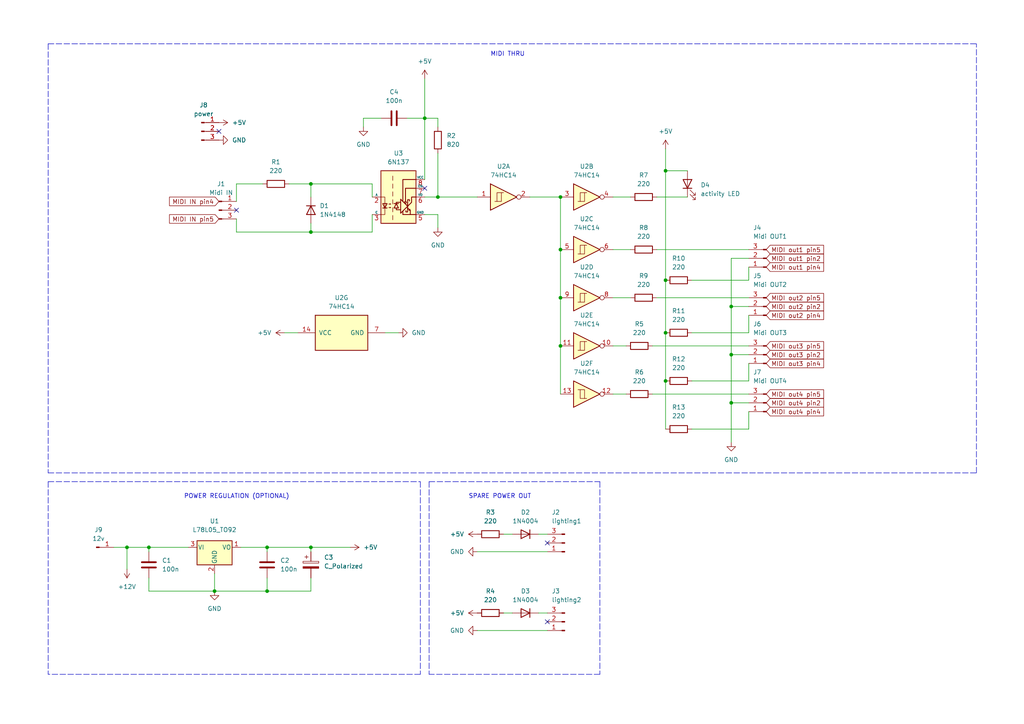
<source format=kicad_sch>
(kicad_sch (version 20211123) (generator eeschema)
  (paper "A4")
  (title_block (title "Midi thru") (date "2023-03-16") (rev "1.0") (company "Made by e-garbage"))
  (lib_symbols
    (symbol "74xx:74HC14" (pin_names (offset 1.016))
      (property "Reference" "U" (at 0 1.27 0))
      (property "Value" "74HC14" (at 0 -1.27 0))
      (symbol "74HC14_1_0"
        (polyline (pts (xy -3.81 3.81) (xy -3.81 -3.81) (xy 3.81 0) (xy -3.81 3.81)) (stroke (width 0.254)) (fill (type background)))
        (pin input line (at -7.62 0 0) (length 3.81) (name "~") (number "1"))
        (pin output inverted (at 7.62 0 180) (length 3.81) (name "~") (number "2"))
      )
      (symbol "74HC14_1_1"
        (polyline (pts (xy -1.905 -1.27) (xy -1.905 1.27) (xy -0.635 1.27)))
        (polyline (pts (xy -2.54 -1.27) (xy -0.635 -1.27) (xy -0.635 1.27) (xy 0 1.27)))
      )
      (symbol "74HC14_2_0"
        (polyline (pts (xy -3.81 3.81) (xy -3.81 -3.81) (xy 3.81 0) (xy -3.81 3.81)) (stroke (width 0.254)) (fill (type background)))
        (pin input line (at -7.62 0 0) (length 3.81) (name "~") (number "3"))
        (pin output inverted (at 7.62 0 180) (length 3.81) (name "~") (number "4"))
      )
      (symbol "74HC14_2_1"
        (polyline (pts (xy -1.905 -1.27) (xy -1.905 1.27) (xy -0.635 1.27)))
        (polyline (pts (xy -2.54 -1.27) (xy -0.635 -1.27) (xy -0.635 1.27) (xy 0 1.27)))
      )
      (symbol "74HC14_3_0"
        (polyline (pts (xy -3.81 3.81) (xy -3.81 -3.81) (xy 3.81 0) (xy -3.81 3.81)) (stroke (width 0.254)) (fill (type background)))
        (pin input line (at -7.62 0 0) (length 3.81) (name "~") (number "5"))
        (pin output inverted (at 7.62 0 180) (length 3.81) (name "~") (number "6"))
      )
      (symbol "74HC14_3_1"
        (polyline (pts (xy -1.905 -1.27) (xy -1.905 1.27) (xy -0.635 1.27)))
        (polyline (pts (xy -2.54 -1.27) (xy -0.635 -1.27) (xy -0.635 1.27) (xy 0 1.27)))
      )
      (symbol "74HC14_4_0"
        (polyline (pts (xy -3.81 3.81) (xy -3.81 -3.81) (xy 3.81 0) (xy -3.81 3.81)) (stroke (width 0.254)) (fill (type background)))
        (pin output inverted (at 7.62 0 180) (length 3.81) (name "~") (number "8"))
        (pin input line (at -7.62 0 0) (length 3.81) (name "~") (number "9"))
      )
      (symbol "74HC14_4_1"
        (polyline (pts (xy -1.905 -1.27) (xy -1.905 1.27) (xy -0.635 1.27)))
        (polyline (pts (xy -2.54 -1.27) (xy -0.635 -1.27) (xy -0.635 1.27) (xy 0 1.27)))
      )
      (symbol "74HC14_5_0"
        (polyline (pts (xy -3.81 3.81) (xy -3.81 -3.81) (xy 3.81 0) (xy -3.81 3.81)) (stroke (width 0.254)) (fill (type background)))
        (pin output inverted (at 7.62 0 180) (length 3.81) (name "~") (number "10"))
        (pin input line (at -7.62 0 0) (length 3.81) (name "~") (number "11"))
      )
      (symbol "74HC14_5_1"
        (polyline (pts (xy -1.905 -1.27) (xy -1.905 1.27) (xy -0.635 1.27)))
        (polyline (pts (xy -2.54 -1.27) (xy -0.635 -1.27) (xy -0.635 1.27) (xy 0 1.27)))
      )
      (symbol "74HC14_6_0"
        (polyline (pts (xy -3.81 3.81) (xy -3.81 -3.81) (xy 3.81 0) (xy -3.81 3.81)) (stroke (width 0.254)) (fill (type background)))
        (pin output inverted (at 7.62 0 180) (length 3.81) (name "~") (number "12"))
        (pin input line (at -7.62 0 0) (length 3.81) (name "~") (number "13"))
      )
      (symbol "74HC14_6_1"
        (polyline (pts (xy -1.905 -1.27) (xy -1.905 1.27) (xy -0.635 1.27)))
        (polyline (pts (xy -2.54 -1.27) (xy -0.635 -1.27) (xy -0.635 1.27) (xy 0 1.27)))
      )
      (symbol "74HC14_7_0"
        (pin power_in line (at 0 12.7 270) (length 5.08) (name "VCC") (number "14"))
        (pin power_in line (at 0 -12.7 90) (length 5.08) (name "GND") (number "7"))
      )
      (symbol "74HC14_7_1"
        (rectangle (start -5.08 7.62) (end 5.08 -7.62) (stroke (width 0.254)) (fill (type background)))
      )
    )
    (symbol "Connector:Conn_01x01_Male" (pin_names (offset 1.016) hide)
      (property "Reference" "J" (at 0 2.54 0))
      (property "Value" "Conn_01x01_Male" (at 0 -2.54 0))
      (symbol "Conn_01x01_Male_1_1"
        (polyline (pts (xy 1.27 0) (xy 0.8636 0)) (stroke (width 0.1524)))
        (rectangle (start 0.8636 0.127) (end 0 -0.127) (stroke (width 0.1524)) (fill (type outline)))
        (pin passive line (at 5.08 0 180) (length 3.81) (name "Pin_1") (number "1"))
      )
    )
    (symbol "Connector:Conn_01x03_Male" (pin_names (offset 1.016) hide)
      (property "Reference" "J" (at 0 5.08 0))
      (property "Value" "Conn_01x03_Male" (at 0 -5.08 0))
      (symbol "Conn_01x03_Male_1_1"
        (polyline (pts (xy 1.27 -2.54) (xy 0.8636 -2.54)) (stroke (width 0.1524)))
        (polyline (pts (xy 1.27 0) (xy 0.8636 0)) (stroke (width 0.1524)))
        (polyline (pts (xy 1.27 2.54) (xy 0.8636 2.54)) (stroke (width 0.1524)))
        (rectangle (start 0.8636 -2.413) (end 0 -2.667) (stroke (width 0.1524)) (fill (type outline)))
        (rectangle (start 0.8636 0.127) (end 0 -0.127) (stroke (width 0.1524)) (fill (type outline)))
        (rectangle (start 0.8636 2.667) (end 0 2.413) (stroke (width 0.1524)) (fill (type outline)))
        (pin passive line (at 5.08 2.54 180) (length 3.81) (name "Pin_1") (number "1"))
        (pin passive line (at 5.08 0 180) (length 3.81) (name "Pin_2") (number "2"))
        (pin passive line (at 5.08 -2.54 180) (length 3.81) (name "Pin_3") (number "3"))
      )
    )
    (symbol "Device:C" (pin_numbers hide) (pin_names (offset 0.254))
      (property "Reference" "C" (at 0.635 2.54 0))
      (property "Value" "C" (at 0.635 -2.54 0))
      (symbol "C_0_1"
        (polyline (pts (xy -2.032 -0.762) (xy 2.032 -0.762)) (stroke (width 0.508)))
        (polyline (pts (xy -2.032 0.762) (xy 2.032 0.762)) (stroke (width 0.508)))
      )
      (symbol "C_1_1"
        (pin passive line (at 0 3.81 270) (length 2.794) (name "~") (number "1"))
        (pin passive line (at 0 -3.81 90) (length 2.794) (name "~") (number "2"))
      )
    )
    (symbol "Device:C_Polarized" (pin_numbers hide) (pin_names (offset 0.254))
      (property "Reference" "C" (at 0.635 2.54 0))
      (property "Value" "C_Polarized" (at 0.635 -2.54 0))
      (symbol "C_Polarized_0_1"
        (rectangle (start -2.286 0.508) (end 2.286 1.016))
        (polyline (pts (xy -1.778 2.286) (xy -0.762 2.286)))
        (polyline (pts (xy -1.27 2.794) (xy -1.27 1.778)))
        (rectangle (start 2.286 -0.508) (end -2.286 -1.016) (fill (type outline)))
      )
      (symbol "C_Polarized_1_1"
        (pin passive line (at 0 3.81 270) (length 2.794) (name "~") (number "1"))
        (pin passive line (at 0 -3.81 90) (length 2.794) (name "~") (number "2"))
      )
    )
    (symbol "Device:LED" (pin_numbers hide) (pin_names (offset 1.016) hide)
      (property "Reference" "D" (at 0 2.54 0))
      (property "Value" "LED" (at 0 -2.54 0))
      (symbol "LED_0_1"
        (polyline (pts (xy -1.27 -1.27) (xy -1.27 1.27)) (stroke (width 0.254)))
        (polyline (pts (xy -1.27 0) (xy 1.27 0)))
        (polyline (pts (xy 1.27 -1.27) (xy 1.27 1.27) (xy -1.27 0) (xy 1.27 -1.27)) (stroke (width 0.254)))
        (polyline (pts (xy -3.048 -0.762) (xy -4.572 -2.286) (xy -3.81 -2.286) (xy -4.572 -2.286) (xy -4.572 -1.524)))
        (polyline (pts (xy -1.778 -0.762) (xy -3.302 -2.286) (xy -2.54 -2.286) (xy -3.302 -2.286) (xy -3.302 -1.524)))
      )
      (symbol "LED_1_1"
        (pin passive line (at -3.81 0 0) (length 2.54) (name "K") (number "1"))
        (pin passive line (at 3.81 0 180) (length 2.54) (name "A") (number "2"))
      )
    )
    (symbol "Device:R" (pin_numbers hide) (pin_names (offset 0))
      (property "Reference" "R" (at 2.032 0 90))
      (property "Value" "R" (at 0 0 90))
      (symbol "R_0_1"
        (rectangle (start -1.016 -2.54) (end 1.016 2.54) (stroke (width 0.254)))
      )
      (symbol "R_1_1"
        (pin passive line (at 0 3.81 270) (length 1.27) (name "~") (number "1"))
        (pin passive line (at 0 -3.81 90) (length 1.27) (name "~") (number "2"))
      )
    )
    (symbol "Diode:1N4004" (pin_numbers hide) (pin_names hide)
      (property "Reference" "D" (at 0 2.54 0))
      (property "Value" "1N4004" (at 0 -2.54 0))
      (symbol "1N4004_0_1"
        (polyline (pts (xy -1.27 1.27) (xy -1.27 -1.27)) (stroke (width 0.254)))
        (polyline (pts (xy 1.27 0) (xy -1.27 0)))
        (polyline (pts (xy 1.27 1.27) (xy 1.27 -1.27) (xy -1.27 0) (xy 1.27 1.27)) (stroke (width 0.254)))
      )
      (symbol "1N4004_1_1"
        (pin passive line (at -3.81 0 0) (length 2.54) (name "K") (number "1"))
        (pin passive line (at 3.81 0 180) (length 2.54) (name "A") (number "2"))
      )
    )
    (symbol "Diode:1N4148" (pin_numbers hide) (pin_names hide)
      (property "Reference" "D" (at 0 2.54 0))
      (property "Value" "1N4148" (at 0 -2.54 0))
      (symbol "1N4148_0_1"
        (polyline (pts (xy -1.27 1.27) (xy -1.27 -1.27)) (stroke (width 0.254)))
        (polyline (pts (xy 1.27 0) (xy -1.27 0)))
        (polyline (pts (xy 1.27 1.27) (xy 1.27 -1.27) (xy -1.27 0) (xy 1.27 1.27)) (stroke (width 0.254)))
      )
      (symbol "1N4148_1_1"
        (pin passive line (at -3.81 0 0) (length 2.54) (name "K") (number "1"))
        (pin passive line (at 3.81 0 180) (length 2.54) (name "A") (number "2"))
      )
    )
    (symbol "Isolator:6N137" (pin_names (offset 0))
      (property "Reference" "U" (at -4.064 8.89 0))
      (property "Value" "6N137" (at 0 -8.89 0))
      (symbol "6N137_0_1"
        (polyline (pts (xy 2.667 -3.556) (xy 2.667 -1.651)) (stroke (width 0.254)))
        (polyline (pts (xy 2.667 -2.159) (xy 2.667 -2.921)) (stroke (width 0.254)))
        (polyline (pts (xy 3.429 -3.937) (xy 3.429 -5.08)) (stroke (width 0.254)))
        (polyline (pts (xy -0.635 -3.302) (xy -0.635 -3.683) (xy 0.635 -3.683)) (stroke (width 0.254)))
        (polyline (pts (xy -0.635 -1.905) (xy -0.635 -1.524) (xy 0.508 -1.524)) (stroke (width 0.254)))
        (polyline (pts (xy 1.27 -4.064) (xy 1.27 -5.08) (xy 5.08 -5.08)) (stroke (width 0.254)))
        (polyline (pts (xy 1.27 -1.27) (xy 1.27 5.08) (xy 5.08 5.08)) (stroke (width 0.254)))
        (polyline (pts (xy 2.032 -1.27) (xy 2.032 2.54) (xy 5.08 2.54)) (stroke (width 0.254)))
        (polyline (pts (xy -5.08 -5.08) (xy -3.937 -5.08) (xy -3.937 0) (xy -5.08 0)))
        (polyline (pts (xy 2.667 -3.302) (xy 2.667 -4.318) (xy 2.159 -4.318) (xy 2.159 -3.937)) (stroke (width 0.254)))
        (polyline (pts (xy 2.667 -2.667) (xy 0.635 -4.699) (xy 0.635 -0.635) (xy 2.667 -2.667)) (stroke (width 0.254)))
        (polyline (pts (xy 2.667 -1.778) (xy 2.667 -0.762) (xy 3.175 -0.762) (xy 3.175 -1.143)) (stroke (width 0.254)))
        (polyline (pts (xy 2.794 -2.54) (xy 3.81 -1.524) (xy 3.81 0) (xy 5.08 0)) (stroke (width 0.254)))
        (polyline (pts (xy 2.667 -3.175) (xy 3.429 -3.937) (xy 3.302 -3.556) (xy 3.048 -3.81) (xy 3.429 -3.937)) (stroke (width 0.254)))
        (circle (center 2.032 -1.524) (radius 0.254) (stroke (width 0.254)))
      )
      (symbol "6N137_1_1"
        (rectangle (start -5.08 7.62) (end 5.08 -7.62) (stroke (width 0.254)) (fill (type background)))
        (polyline (pts (xy -4.572 -3.175) (xy -3.302 -3.175)) (stroke (width 0.254)))
        (polyline (pts (xy -1.651 -5.334) (xy -1.651 -6.604)))
        (polyline (pts (xy -1.651 -3.048) (xy -1.651 -4.318)))
        (polyline (pts (xy -1.651 -0.762) (xy -1.651 -2.032)))
        (polyline (pts (xy -1.651 1.524) (xy -1.651 0.254)))
        (polyline (pts (xy -1.651 3.81) (xy -1.651 2.54)))
        (polyline (pts (xy -1.651 6.096) (xy -1.651 4.826)))
        (polyline (pts (xy -1.27 -1.905) (xy 0 -1.905)) (stroke (width 0.254)))
        (polyline (pts (xy -3.937 -3.175) (xy -4.572 -1.905) (xy -3.302 -1.905) (xy -3.937 -3.175)) (stroke (width 0.254)))
        (polyline (pts (xy -0.635 -1.905) (xy -1.27 -3.175) (xy 0 -3.175) (xy -0.635 -1.905)) (stroke (width 0.254)))
        (polyline (pts (xy -2.921 -3.048) (xy -2.159 -3.048) (xy -2.54 -3.175) (xy -2.54 -2.921) (xy -2.159 -3.048)) (stroke (width 0.127)))
        (polyline (pts (xy -2.921 -2.032) (xy -2.159 -2.032) (xy -2.54 -2.159) (xy -2.54 -1.905) (xy -2.159 -2.032)) (stroke (width 0.127)))
        (pin no_connect line (at -5.08 5.08 0) (length 2.54) hide (name "NC") (number "1"))
        (pin passive line (at -7.62 0 0) (length 2.54) (name "A") (number "2"))
        (pin passive line (at -7.62 -5.08 0) (length 2.54) (name "C") (number "3"))
        (pin power_in line (at 7.62 -5.08 180) (length 2.54) (name "GND") (number "5"))
        (pin open_collector line (at 7.62 0 180) (length 2.54) (name "VO") (number "6"))
        (pin input line (at 7.62 2.54 180) (length 2.54) (name "EN") (number "7"))
        (pin power_in line (at 7.62 5.08 180) (length 2.54) (name "VCC") (number "8"))
      )
    )
    (symbol "Regulator_Linear:L78L05_TO92" (pin_names (offset 0.254))
      (property "Reference" "U" (at -3.81 3.175 0))
      (property "Value" "L78L05_TO92" (at 0 3.175 0))
      (symbol "L78L05_TO92_0_1"
        (rectangle (start -5.08 -5.08) (end 5.08 1.905) (stroke (width 0.254)) (fill (type background)))
      )
      (symbol "L78L05_TO92_1_1"
        (pin power_out line (at 7.62 0 180) (length 2.54) (name "VO") (number "1"))
        (pin power_in line (at 0 -7.62 90) (length 2.54) (name "GND") (number "2"))
        (pin power_in line (at -7.62 0 0) (length 2.54) (name "VI") (number "3"))
      )
    )
    (symbol "power:+12V" (power) (pin_names (offset 0))
      (property "Value" "+12V" (at 0 3.556 0))
      (symbol "+12V_0_1"
        (polyline (pts (xy -0.762 1.27) (xy 0 2.54)))
        (polyline (pts (xy 0 0) (xy 0 2.54)))
        (polyline (pts (xy 0 2.54) (xy 0.762 1.27)))
      )
      (symbol "+12V_1_1"
        (pin power_in line (at 0 0 90) (length 0) hide (name "+12V") (number "1"))
      )
    )
    (symbol "power:+5V" (power) (pin_names (offset 0))
      (property "Value" "+5V" (at 0 3.556 0))
      (symbol "+5V_0_1"
        (polyline (pts (xy -0.762 1.27) (xy 0 2.54)))
        (polyline (pts (xy 0 0) (xy 0 2.54)))
        (polyline (pts (xy 0 2.54) (xy 0.762 1.27)))
      )
      (symbol "+5V_1_1"
        (pin power_in line (at 0 0 90) (length 0) hide (name "+5V") (number "1"))
      )
    )
    (symbol "power:GND" (power) (pin_names (offset 0))
      (property "Value" "GND" (at 0 -3.81 0))
      (symbol "GND_0_1"
        (polyline (pts (xy 0 0) (xy 0 -1.27) (xy 1.27 -1.27) (xy 0 -2.54) (xy -1.27 -1.27) (xy 0 -1.27)))
      )
      (symbol "GND_1_1"
        (pin power_in line (at 0 0 270) (length 0) hide (name "GND") (number "1"))
      )
    )
  )
  (junction (at 162.56 100.33))
  (junction (at 43.18 158.75))
  (junction (at 193.04 96.52))
  (junction (at 162.56 72.39))
  (junction (at 212.09 102.87))
  (junction (at 162.56 86.36))
  (junction (at 62.23 171.45))
  (junction (at 162.56 57.15))
  (junction (at 90.17 158.75))
  (junction (at 36.83 158.75))
  (junction (at 123.19 34.29))
  (junction (at 193.04 49.53))
  (junction (at 193.04 110.49))
  (junction (at 77.47 158.75))
  (junction (at 90.17 53.34))
  (junction (at 193.04 81.28))
  (junction (at 212.09 88.9))
  (junction (at 127 57.15))
  (junction (at 77.47 171.45))
  (junction (at 90.17 67.31))
  (junction (at 212.09 116.84))
  (no_connect (at 158.75 180.34))
  (no_connect (at 63.5 38.1))
  (no_connect (at 158.75 157.48))
  (no_connect (at 123.19 54.61))
  (no_connect (at 68.58 60.96))
  (polyline (pts (xy 283.21 137.16) (xy 283.21 12.7)))
  (wire (pts (xy 111.76 96.52) (xy 115.57 96.52)))
  (wire (pts (xy 90.17 53.34) (xy 90.17 57.15)))
  (wire (pts (xy 212.09 116.84) (xy 212.09 102.87)))
  (polyline (pts (xy 13.97 139.7) (xy 121.92 139.7)))
  (wire (pts (xy 76.2 53.34) (xy 68.58 53.34)))
  (wire (pts (xy 200.66 124.46) (xy 217.17 124.46)))
  (wire (pts (xy 193.04 110.49) (xy 193.04 124.46)))
  (wire (pts (xy 177.8 57.15) (xy 182.88 57.15)))
  (wire (pts (xy 90.17 67.31) (xy 90.17 64.77)))
  (wire (pts (xy 146.05 177.8) (xy 148.59 177.8)))
  (polyline (pts (xy 13.97 12.7) (xy 13.97 137.16)))
  (wire (pts (xy 193.04 43.18) (xy 193.04 49.53)))
  (wire (pts (xy 90.17 167.64) (xy 90.17 171.45)))
  (wire (pts (xy 212.09 128.27) (xy 212.09 116.84)))
  (wire (pts (xy 43.18 158.75) (xy 54.61 158.75)))
  (wire (pts (xy 177.8 86.36) (xy 182.88 86.36)))
  (wire (pts (xy 177.8 114.3) (xy 181.61 114.3)))
  (wire (pts (xy 90.17 158.75) (xy 101.6 158.75)))
  (wire (pts (xy 83.82 53.34) (xy 90.17 53.34)))
  (wire (pts (xy 212.09 102.87) (xy 212.09 88.9)))
  (wire (pts (xy 105.41 36.83) (xy 105.41 34.29)))
  (polyline (pts (xy 173.99 139.7) (xy 173.99 195.58)))
  (wire (pts (xy 77.47 158.75) (xy 77.47 160.02)))
  (wire (pts (xy 68.58 67.31) (xy 68.58 63.5)))
  (wire (pts (xy 36.83 158.75) (xy 43.18 158.75)))
  (wire (pts (xy 43.18 171.45) (xy 43.18 167.64)))
  (wire (pts (xy 123.19 34.29) (xy 127 34.29)))
  (wire (pts (xy 217.17 110.49) (xy 217.17 105.41)))
  (wire (pts (xy 193.04 96.52) (xy 193.04 110.49)))
  (wire (pts (xy 123.19 57.15) (xy 127 57.15)))
  (wire (pts (xy 217.17 81.28) (xy 217.17 77.47)))
  (wire (pts (xy 62.23 166.37) (xy 62.23 171.45)))
  (wire (pts (xy 77.47 158.75) (xy 90.17 158.75)))
  (wire (pts (xy 69.85 158.75) (xy 77.47 158.75)))
  (wire (pts (xy 153.67 57.15) (xy 162.56 57.15)))
  (wire (pts (xy 156.21 177.8) (xy 158.75 177.8)))
  (wire (pts (xy 162.56 72.39) (xy 162.56 86.36)))
  (wire (pts (xy 162.56 86.36) (xy 162.56 100.33)))
  (wire (pts (xy 33.02 158.75) (xy 36.83 158.75)))
  (wire (pts (xy 118.11 34.29) (xy 123.19 34.29)))
  (wire (pts (xy 217.17 124.46) (xy 217.17 119.38)))
  (wire (pts (xy 200.66 96.52) (xy 217.17 96.52)))
  (polyline (pts (xy 121.92 195.58) (xy 13.97 195.58)))
  (wire (pts (xy 189.23 114.3) (xy 217.17 114.3)))
  (wire (pts (xy 146.05 154.94) (xy 148.59 154.94)))
  (wire (pts (xy 127 34.29) (xy 127 36.83)))
  (wire (pts (xy 193.04 81.28) (xy 193.04 96.52)))
  (wire (pts (xy 90.17 67.31) (xy 107.95 67.31)))
  (wire (pts (xy 200.66 110.49) (xy 217.17 110.49)))
  (polyline (pts (xy 173.99 195.58) (xy 124.46 195.58)))
  (wire (pts (xy 200.66 81.28) (xy 217.17 81.28)))
  (wire (pts (xy 162.56 57.15) (xy 162.56 72.39)))
  (wire (pts (xy 189.23 100.33) (xy 217.17 100.33)))
  (wire (pts (xy 190.5 72.39) (xy 217.17 72.39)))
  (wire (pts (xy 138.43 160.02) (xy 158.75 160.02)))
  (wire (pts (xy 190.5 57.15) (xy 199.39 57.15)))
  (wire (pts (xy 162.56 100.33) (xy 162.56 114.3)))
  (polyline (pts (xy 13.97 139.7) (xy 13.97 195.58)))
  (wire (pts (xy 127 62.23) (xy 127 66.04)))
  (wire (pts (xy 82.55 96.52) (xy 86.36 96.52)))
  (wire (pts (xy 123.19 62.23) (xy 127 62.23)))
  (wire (pts (xy 212.09 88.9) (xy 217.17 88.9)))
  (wire (pts (xy 138.43 182.88) (xy 158.75 182.88)))
  (wire (pts (xy 90.17 158.75) (xy 90.17 160.02)))
  (wire (pts (xy 68.58 67.31) (xy 90.17 67.31)))
  (wire (pts (xy 90.17 171.45) (xy 77.47 171.45)))
  (polyline (pts (xy 124.46 139.7) (xy 124.46 195.58)))
  (wire (pts (xy 212.09 74.93) (xy 212.09 88.9)))
  (wire (pts (xy 107.95 53.34) (xy 107.95 57.15)))
  (wire (pts (xy 43.18 158.75) (xy 43.18 160.02)))
  (wire (pts (xy 127 57.15) (xy 127 44.45)))
  (wire (pts (xy 199.39 49.53) (xy 193.04 49.53)))
  (polyline (pts (xy 13.97 12.7) (xy 283.21 12.7)))
  (wire (pts (xy 190.5 86.36) (xy 217.17 86.36)))
  (wire (pts (xy 105.41 34.29) (xy 110.49 34.29)))
  (wire (pts (xy 193.04 49.53) (xy 193.04 81.28)))
  (wire (pts (xy 36.83 158.75) (xy 36.83 165.1)))
  (polyline (pts (xy 124.46 139.7) (xy 173.99 139.7)))
  (polyline (pts (xy 13.97 137.16) (xy 283.21 137.16)))
  (wire (pts (xy 212.09 74.93) (xy 217.17 74.93)))
  (wire (pts (xy 156.21 154.94) (xy 158.75 154.94)))
  (wire (pts (xy 62.23 171.45) (xy 43.18 171.45)))
  (wire (pts (xy 77.47 167.64) (xy 77.47 171.45)))
  (polyline (pts (xy 121.92 139.7) (xy 121.92 195.58)))
  (wire (pts (xy 68.58 53.34) (xy 68.58 58.42)))
  (wire (pts (xy 127 57.15) (xy 138.43 57.15)))
  (wire (pts (xy 177.8 72.39) (xy 182.88 72.39)))
  (wire (pts (xy 123.19 34.29) (xy 123.19 52.07)))
  (wire (pts (xy 77.47 171.45) (xy 62.23 171.45)))
  (wire (pts (xy 177.8 100.33) (xy 181.61 100.33)))
  (wire (pts (xy 212.09 102.87) (xy 217.17 102.87)))
  (wire (pts (xy 90.17 53.34) (xy 107.95 53.34)))
  (wire (pts (xy 217.17 96.52) (xy 217.17 91.44)))
  (wire (pts (xy 123.19 22.86) (xy 123.19 34.29)))
  (wire (pts (xy 107.95 62.23) (xy 107.95 67.31)))
  (wire (pts (xy 212.09 116.84) (xy 217.17 116.84)))
  (text "POWER REGULATION (OPTIONAL)" (at 53.34 144.78 0) (effects (font (size 1.27 1.27)) (justify left bottom)))
  (text "MIDI THRU" (at 142.24 16.51 0) (effects (font (size 1.27 1.27)) (justify left bottom)))
  (text "SPARE POWER OUT" (at 135.89 144.78 0) (effects (font (size 1.27 1.27)) (justify left bottom)))
  (global_label "MIDI IN pin5" (shape input) (at 63.5 63.5 180) (property "Intersheet References" "${INTERSHEET_REFS}" (effects hide)))
  (global_label "MIDI out3 pin2" (shape input) (at 222.25 102.87 0) (property "Intersheet References" "${INTERSHEET_REFS}" (effects hide)))
  (global_label "MIDI out2 pin5" (shape input) (at 222.25 86.36 0) (property "Intersheet References" "${INTERSHEET_REFS}" (effects hide)))
  (global_label "MIDI out3 pin4" (shape input) (at 222.25 105.41 0) (property "Intersheet References" "${INTERSHEET_REFS}" (effects hide)))
  (global_label "MIDI out1 pin2" (shape input) (at 222.25 74.93 0) (property "Intersheet References" "${INTERSHEET_REFS}" (effects hide)))
  (global_label "MIDI out2 pin2" (shape input) (at 222.25 88.9 0) (property "Intersheet References" "${INTERSHEET_REFS}" (effects hide)))
  (global_label "MIDI out1 pin4" (shape input) (at 222.25 77.47 0) (property "Intersheet References" "${INTERSHEET_REFS}" (effects hide)))
  (global_label "MIDI out2 pin4" (shape input) (at 222.25 91.44 0) (property "Intersheet References" "${INTERSHEET_REFS}" (effects hide)))
  (global_label "MIDI out1 pin5" (shape input) (at 222.25 72.39 0) (property "Intersheet References" "${INTERSHEET_REFS}" (effects hide)))
  (global_label "MIDI out4 pin2" (shape input) (at 222.25 116.84 0) (property "Intersheet References" "${INTERSHEET_REFS}" (effects hide)))
  (global_label "MIDI IN pin4" (shape input) (at 63.5 58.42 180) (property "Intersheet References" "${INTERSHEET_REFS}" (effects hide)))
  (global_label "MIDI out4 pin4" (shape input) (at 222.25 119.38 0) (property "Intersheet References" "${INTERSHEET_REFS}" (effects hide)))
  (global_label "MIDI out3 pin5" (shape input) (at 222.25 100.33 0) (property "Intersheet References" "${INTERSHEET_REFS}" (effects hide)))
  (global_label "MIDI out4 pin5" (shape input) (at 222.25 114.3 0) (property "Intersheet References" "${INTERSHEET_REFS}" (effects hide)))
  (symbol (lib_id "Device:R") (at 196.85 81.28 90) (unit 1)
    (property "Reference" "R10" (at 196.85 74.93 90))
    (property "Value" "220" (at 196.85 77.47 90))
    (property "Footprint" "Resistor_THT:R_Axial_DIN0204_L3.6mm_D1.6mm_P5.08mm_Horizontal" (effects hide))
  )
  (symbol (lib_id "Connector:Conn_01x03_Male") (at 63.5 60.96 0) (unit 1)
    (property "Reference" "J1" (at 64.135 53.34 0))
    (property "Value" "Midi IN" (at 64.135 55.88 0))
    (property "Footprint" "Connector_JST:JST_XH_B3B-XH-AM_1x03_P2.50mm_Vertical" (effects hide))
  )
  (symbol (lib_id "Diode:1N4004") (at 152.4 177.8 180) (unit 1)
    (property "Reference" "D3" (at 152.4 171.45 0))
    (property "Value" "1N4004" (at 152.4 173.99 0))
    (property "Footprint" "Diode_THT:D_DO-41_SOD81_P10.16mm_Horizontal" (effects hide))
    (property "Datasheet" "http://www.vishay.com/docs/88503/1n4001.pdf" (effects hide))
  )
  (symbol (lib_id "Device:C_Polarized") (at 90.17 163.83 0) (unit 1)
    (property "Reference" "C3" (at 93.98 161.6709 0) (effects (justify left)))
    (property "Value" "C_Polarized" (at 93.98 164.2109 0) (effects (justify left)))
    (property "Footprint" "Capacitor_THT:CP_Radial_D4.0mm_P2.00mm" (effects hide))
  )
  (symbol (lib_id "Connector:Conn_01x03_Male") (at 222.25 116.84 180) (unit 1)
    (property "Reference" "J7" (at 218.44 107.95 0) (effects (justify right)))
    (property "Value" "Midi OUT4" (at 218.44 110.49 0) (effects (justify right)))
    (property "Footprint" "Connector_JST:JST_XH_B3B-XH-AM_1x03_P2.50mm_Vertical" (effects hide))
  )
  (symbol (lib_id "Connector:Conn_01x03_Male") (at 163.83 157.48 180) (unit 1)
    (property "Reference" "J2" (at 160.02 148.59 0) (effects (justify right)))
    (property "Value" "lighting1" (at 160.02 151.13 0) (effects (justify right)))
    (property "Footprint" "Connector_JST:JST_XH_B3B-XH-AM_1x03_P2.50mm_Vertical" (effects hide))
  )
  (symbol (lib_id "Device:LED") (at 199.39 53.34 90) (unit 1)
    (property "Reference" "D4" (at 203.2 53.6574 90) (effects (justify right)))
    (property "Value" "activity LED" (at 203.2 56.1974 90) (effects (justify right)))
    (property "Footprint" "LED_THT:LED_D5.0mm" (effects hide))
  )
  (symbol (lib_id "power:GND") (at 138.43 182.88 270) (unit 1)
    (property "Reference" "#PWR012" (effects hide))
    (property "Value" "GND" (at 134.62 182.8799 90) (effects (justify right)))
  )
  (symbol (lib_id "Isolator:6N137") (at 115.57 57.15 0) (unit 1)
    (property "Reference" "U3" (at 115.57 44.45 0))
    (property "Value" "6N137" (at 115.57 46.99 0))
    (property "Footprint" "Package_DIP:DIP-8_W7.62mm" (effects hide))
    (property "Datasheet" "https://docs.broadcom.com/docs/AV02-0940EN" (effects hide))
  )
  (symbol (lib_id "power:GND") (at 115.57 96.52 90) (unit 1)
    (property "Reference" "#PWR06" (effects hide))
    (property "Value" "GND" (at 119.38 96.5199 90) (effects (justify right)))
  )
  (symbol (lib_id "74xx:74HC14") (at 170.18 114.3 0) (mirror x) (unit 6)
    (property "Reference" "U2" (at 170.18 105.41 0))
    (property "Value" "74HC14" (at 170.18 107.95 0))
    (property "Footprint" "Package_DIP:DIP-14_W7.62mm_LongPads" (effects hide))
    (property "Datasheet" "http://www.ti.com/lit/gpn/sn74HC14" (effects hide))
  )
  (symbol (lib_id "74xx:74HC14") (at 99.06 96.52 90) (unit 7)
    (property "Reference" "U2" (at 99.06 86.36 90))
    (property "Value" "74HC14" (at 99.06 88.9 90))
    (property "Footprint" "Package_DIP:DIP-14_W7.62mm_LongPads" (effects hide))
    (property "Datasheet" "http://www.ti.com/lit/gpn/sn74HC14" (effects hide))
  )
  (symbol (lib_id "power:+5V") (at 63.5 35.56 270) (unit 1)
    (property "Reference" "#PWR016" (effects hide))
    (property "Value" "+5V" (at 67.31 35.5599 90) (effects (justify left)))
  )
  (symbol (lib_id "power:+5V") (at 101.6 158.75 270) (unit 1)
    (property "Reference" "#PWR04" (effects hide))
    (property "Value" "+5V" (at 105.41 158.7499 90) (effects (justify left)))
  )
  (symbol (lib_id "power:+12V") (at 36.83 165.1 180) (unit 1)
    (property "Reference" "#PWR0101" (effects hide))
    (property "Value" "+12V" (at 36.83 170.18 0))
  )
  (symbol (lib_id "74xx:74HC14") (at 146.05 57.15 0) (unit 1)
    (property "Reference" "U2" (at 146.05 48.26 0))
    (property "Value" "74HC14" (at 146.05 50.8 0))
    (property "Footprint" "Package_DIP:DIP-14_W7.62mm_LongPads" (effects hide))
    (property "Datasheet" "http://www.ti.com/lit/gpn/sn74HC14" (effects hide))
  )
  (symbol (lib_id "74xx:74HC14") (at 170.18 72.39 0) (unit 3)
    (property "Reference" "U2" (at 170.18 63.5 0))
    (property "Value" "74HC14" (at 170.18 66.04 0))
    (property "Footprint" "Package_DIP:DIP-14_W7.62mm_LongPads" (effects hide))
    (property "Datasheet" "http://www.ti.com/lit/gpn/sn74HC14" (effects hide))
  )
  (symbol (lib_id "power:+5V") (at 82.55 96.52 90) (unit 1)
    (property "Reference" "#PWR03" (effects hide))
    (property "Value" "+5V" (at 78.74 96.5199 90) (effects (justify left)))
  )
  (symbol (lib_id "power:GND") (at 127 66.04 0) (unit 1)
    (property "Reference" "#PWR08" (effects hide))
    (property "Value" "GND" (at 127 71.12 0))
  )
  (symbol (lib_id "power:GND") (at 105.41 36.83 0) (unit 1)
    (property "Reference" "#PWR05" (effects hide))
    (property "Value" "GND" (at 105.41 41.91 0))
  )
  (symbol (lib_id "Device:R") (at 185.42 114.3 90) (unit 1)
    (property "Reference" "R6" (at 185.42 107.95 90))
    (property "Value" "220" (at 185.42 110.49 90))
    (property "Footprint" "Resistor_THT:R_Axial_DIN0204_L3.6mm_D1.6mm_P5.08mm_Horizontal" (effects hide))
  )
  (symbol (lib_id "Device:R") (at 80.01 53.34 90) (unit 1)
    (property "Reference" "R1" (at 80.01 46.99 90))
    (property "Value" "220" (at 80.01 49.53 90))
    (property "Footprint" "Resistor_THT:R_Axial_DIN0204_L3.6mm_D1.6mm_P5.08mm_Horizontal" (effects hide))
  )
  (symbol (lib_id "74xx:74HC14") (at 170.18 57.15 0) (unit 2)
    (property "Reference" "U2" (at 170.18 48.26 0))
    (property "Value" "74HC14" (at 170.18 50.8 0))
    (property "Footprint" "Package_DIP:DIP-14_W7.62mm_LongPads" (effects hide))
    (property "Datasheet" "http://www.ti.com/lit/gpn/sn74HC14" (effects hide))
  )
  (symbol (lib_id "74xx:74HC14") (at 170.18 100.33 0) (unit 5)
    (property "Reference" "U2" (at 170.18 91.44 0))
    (property "Value" "74HC14" (at 170.18 93.98 0))
    (property "Footprint" "Package_DIP:DIP-14_W7.62mm_LongPads" (effects hide))
    (property "Datasheet" "http://www.ti.com/lit/gpn/sn74HC14" (effects hide))
  )
  (symbol (lib_id "Connector:Conn_01x03_Male") (at 58.42 38.1 0) (unit 1)
    (property "Reference" "J8" (at 59.055 30.48 0))
    (property "Value" "power" (at 59.055 33.02 0))
    (property "Footprint" "Connector_JST:JST_XH_B3B-XH-AM_1x03_P2.50mm_Vertical" (effects hide))
  )
  (symbol (lib_id "power:GND") (at 63.5 40.64 90) (unit 1)
    (property "Reference" "#PWR017" (effects hide))
    (property "Value" "GND" (at 67.31 40.6399 90) (effects (justify right)))
  )
  (symbol (lib_id "Device:R") (at 142.24 177.8 90) (unit 1)
    (property "Reference" "R4" (at 142.24 171.45 90))
    (property "Value" "220" (at 142.24 173.99 90))
    (property "Footprint" "Resistor_THT:R_Axial_DIN0204_L3.6mm_D1.6mm_P5.08mm_Horizontal" (effects hide))
  )
  (symbol (lib_id "power:+5V") (at 138.43 177.8 90) (unit 1)
    (property "Reference" "#PWR011" (effects hide))
    (property "Value" "+5V" (at 134.62 177.7999 90) (effects (justify left)))
  )
  (symbol (lib_id "power:+5V") (at 138.43 154.94 90) (unit 1)
    (property "Reference" "#PWR09" (effects hide))
    (property "Value" "+5V" (at 134.62 154.9399 90) (effects (justify left)))
  )
  (symbol (lib_id "Device:R") (at 196.85 96.52 90) (unit 1)
    (property "Reference" "R11" (at 196.85 90.17 90))
    (property "Value" "220" (at 196.85 92.71 90))
    (property "Footprint" "Resistor_THT:R_Axial_DIN0204_L3.6mm_D1.6mm_P5.08mm_Horizontal" (effects hide))
  )
  (symbol (lib_id "Device:R") (at 127 40.64 180) (unit 1)
    (property "Reference" "R2" (at 129.54 39.3699 0) (effects (justify right)))
    (property "Value" "820" (at 129.54 41.9099 0) (effects (justify right)))
    (property "Footprint" "Resistor_THT:R_Axial_DIN0204_L3.6mm_D1.6mm_P5.08mm_Horizontal" (effects hide))
  )
  (symbol (lib_id "Device:R") (at 185.42 100.33 90) (unit 1)
    (property "Reference" "R5" (at 185.42 93.98 90))
    (property "Value" "220" (at 185.42 96.52 90))
    (property "Footprint" "Resistor_THT:R_Axial_DIN0204_L3.6mm_D1.6mm_P5.08mm_Horizontal" (effects hide))
  )
  (symbol (lib_id "Device:R") (at 186.69 72.39 90) (unit 1)
    (property "Reference" "R8" (at 186.69 66.04 90))
    (property "Value" "220" (at 186.69 68.58 90))
    (property "Footprint" "Resistor_THT:R_Axial_DIN0204_L3.6mm_D1.6mm_P5.08mm_Horizontal" (effects hide))
  )
  (symbol (lib_id "power:GND") (at 212.09 128.27 0) (unit 1)
    (property "Reference" "#PWR015" (effects hide))
    (property "Value" "GND" (at 212.09 133.35 0))
  )
  (symbol (lib_id "power:+5V") (at 193.04 43.18 0) (unit 1)
    (property "Reference" "#PWR013" (effects hide))
    (property "Value" "+5V" (at 193.04 38.1 0))
  )
  (symbol (lib_id "power:GND") (at 138.43 160.02 270) (unit 1)
    (property "Reference" "#PWR010" (effects hide))
    (property "Value" "GND" (at 134.62 160.0199 90) (effects (justify right)))
  )
  (symbol (lib_id "Device:R") (at 186.69 57.15 90) (unit 1)
    (property "Reference" "R7" (at 186.69 50.8 90))
    (property "Value" "220" (at 186.69 53.34 90))
    (property "Footprint" "Resistor_THT:R_Axial_DIN0204_L3.6mm_D1.6mm_P5.08mm_Horizontal" (effects hide))
  )
  (symbol (lib_id "power:GND") (at 62.23 171.45 0) (unit 1)
    (property "Reference" "#PWR02" (effects hide))
    (property "Value" "GND" (at 62.23 176.53 0))
  )
  (symbol (lib_id "Connector:Conn_01x03_Male") (at 163.83 180.34 180) (unit 1)
    (property "Reference" "J3" (at 160.02 171.45 0) (effects (justify right)))
    (property "Value" "lighting2" (at 160.02 173.99 0) (effects (justify right)))
    (property "Footprint" "Connector_JST:JST_XH_B3B-XH-AM_1x03_P2.50mm_Vertical" (effects hide))
  )
  (symbol (lib_id "power:+5V") (at 123.19 22.86 0) (unit 1)
    (property "Reference" "#PWR07" (effects hide))
    (property "Value" "+5V" (at 123.19 17.78 0))
  )
  (symbol (lib_id "Diode:1N4148") (at 90.17 60.96 270) (unit 1)
    (property "Reference" "D1" (at 92.71 59.6899 90) (effects (justify left)))
    (property "Value" "1N4148" (at 92.71 62.2299 90) (effects (justify left)))
    (property "Footprint" "Diode_THT:D_DO-35_SOD27_P7.62mm_Horizontal" (effects hide))
    (property "Datasheet" "https://assets.nexperia.com/documents/data-sheet/1N4148_1N4448.pdf" (effects hide))
  )
  (symbol (lib_id "Connector:Conn_01x03_Male") (at 222.25 74.93 180) (unit 1)
    (property "Reference" "J4" (at 218.44 66.04 0) (effects (justify right)))
    (property "Value" "Midi OUT1" (at 218.44 68.58 0) (effects (justify right)))
    (property "Footprint" "Connector_JST:JST_XH_B3B-XH-AM_1x03_P2.50mm_Vertical" (effects hide))
  )
  (symbol (lib_id "Device:C") (at 77.47 163.83 180) (unit 1)
    (property "Reference" "C2" (at 81.28 162.5599 0) (effects (justify right)))
    (property "Value" "100n" (at 81.28 165.0999 0) (effects (justify right)))
    (property "Footprint" "Capacitor_THT:C_Disc_D3.8mm_W2.6mm_P2.50mm" (effects hide))
  )
  (symbol (lib_id "Regulator_Linear:L78L05_TO92") (at 62.23 158.75 0) (unit 1)
    (property "Reference" "U1" (at 62.23 151.13 0))
    (property "Value" "L78L05_TO92" (at 62.23 153.67 0))
    (property "Footprint" "Package_TO_SOT_THT:TO-92_Inline" (effects hide))
    (property "Datasheet" "http://www.st.com/content/ccc/resource/technical/document/datasheet/15/55/e5/aa/23/5b/43/fd/CD00000446.pdf/files/CD00000446.pdf/jcr:content/translations/en.CD00000446.pdf" (effects hide))
  )
  (symbol (lib_id "Device:C") (at 43.18 163.83 180) (unit 1)
    (property "Reference" "C1" (at 46.99 162.5599 0) (effects (justify right)))
    (property "Value" "100n" (at 46.99 165.0999 0) (effects (justify right)))
    (property "Footprint" "Capacitor_THT:C_Disc_D3.8mm_W2.6mm_P2.50mm" (effects hide))
  )
  (symbol (lib_id "Device:R") (at 196.85 110.49 90) (unit 1)
    (property "Reference" "R12" (at 196.85 104.14 90))
    (property "Value" "220" (at 196.85 106.68 90))
    (property "Footprint" "Resistor_THT:R_Axial_DIN0204_L3.6mm_D1.6mm_P5.08mm_Horizontal" (effects hide))
  )
  (symbol (lib_id "Connector:Conn_01x03_Male") (at 222.25 88.9 180) (unit 1)
    (property "Reference" "J5" (at 218.44 80.01 0) (effects (justify right)))
    (property "Value" "Midi OUT2" (at 218.44 82.55 0) (effects (justify right)))
    (property "Footprint" "Connector_JST:JST_XH_B3B-XH-AM_1x03_P2.50mm_Vertical" (effects hide))
  )
  (symbol (lib_id "Connector:Conn_01x03_Male") (at 222.25 102.87 180) (unit 1)
    (property "Reference" "J6" (at 218.44 93.98 0) (effects (justify right)))
    (property "Value" "Midi OUT3" (at 218.44 96.52 0) (effects (justify right)))
    (property "Footprint" "Connector_JST:JST_XH_B3B-XH-AM_1x03_P2.50mm_Vertical" (effects hide))
  )
  (symbol (lib_id "Device:R") (at 142.24 154.94 90) (unit 1)
    (property "Reference" "R3" (at 142.24 148.59 90))
    (property "Value" "220" (at 142.24 151.13 90))
    (property "Footprint" "Resistor_THT:R_Axial_DIN0204_L3.6mm_D1.6mm_P5.08mm_Horizontal" (effects hide))
  )
  (symbol (lib_id "74xx:74HC14") (at 170.18 86.36 0) (unit 4)
    (property "Reference" "U2" (at 170.18 77.47 0))
    (property "Value" "74HC14" (at 170.18 80.01 0))
    (property "Footprint" "Package_DIP:DIP-14_W7.62mm_LongPads" (effects hide))
    (property "Datasheet" "http://www.ti.com/lit/gpn/sn74HC14" (effects hide))
  )
  (symbol (lib_id "Diode:1N4004") (at 152.4 154.94 180) (unit 1)
    (property "Reference" "D2" (at 152.4 148.59 0))
    (property "Value" "1N4004" (at 152.4 151.13 0))
    (property "Footprint" "Diode_THT:D_DO-41_SOD81_P10.16mm_Horizontal" (effects hide))
    (property "Datasheet" "http://www.vishay.com/docs/88503/1n4001.pdf" (effects hide))
  )
  (symbol (lib_id "Connector:Conn_01x01_Male") (at 27.94 158.75 0) (unit 1)
    (property "Reference" "J9" (at 28.575 153.67 0))
    (property "Value" "12v" (at 28.575 156.21 0))
    (property "Footprint" "Connector_PinSocket_2.54mm:PinSocket_1x01_P2.54mm_Vertical" (effects hide))
  )
  (symbol (lib_id "Device:R") (at 196.85 124.46 90) (unit 1)
    (property "Reference" "R13" (at 196.85 118.11 90))
    (property "Value" "220" (at 196.85 120.65 90))
    (property "Footprint" "Resistor_THT:R_Axial_DIN0204_L3.6mm_D1.6mm_P5.08mm_Horizontal" (effects hide))
  )
  (symbol (lib_id "Device:C") (at 114.3 34.29 90) (unit 1)
    (property "Reference" "C4" (at 114.3 26.67 90))
    (property "Value" "100n" (at 114.3 29.21 90))
    (property "Footprint" "Capacitor_THT:C_Disc_D3.8mm_W2.6mm_P2.50mm" (effects hide))
  )
  (symbol (lib_id "Device:R") (at 186.69 86.36 90) (unit 1)
    (property "Reference" "R9" (at 186.69 80.01 90))
    (property "Value" "220" (at 186.69 82.55 90))
    (property "Footprint" "Resistor_THT:R_Axial_DIN0204_L3.6mm_D1.6mm_P5.08mm_Horizontal" (effects hide))
  )
)
</source>
